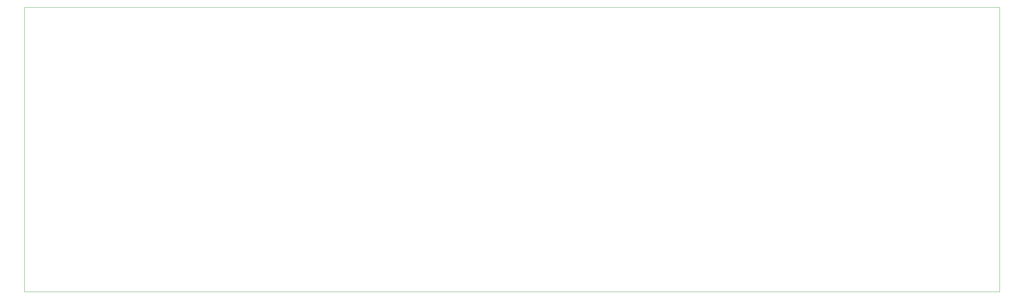
<source format=gbr>
%TF.GenerationSoftware,KiCad,Pcbnew,(6.0.8)*%
%TF.CreationDate,2022-12-29T19:12:47+02:00*%
%TF.ProjectId,mahjong_control_panel,6d61686a-6f6e-4675-9f63-6f6e74726f6c,rev?*%
%TF.SameCoordinates,Original*%
%TF.FileFunction,Profile,NP*%
%FSLAX46Y46*%
G04 Gerber Fmt 4.6, Leading zero omitted, Abs format (unit mm)*
G04 Created by KiCad (PCBNEW (6.0.8)) date 2022-12-29 19:12:47*
%MOMM*%
%LPD*%
G01*
G04 APERTURE LIST*
%TA.AperFunction,Profile*%
%ADD10C,0.100000*%
%TD*%
G04 APERTURE END LIST*
D10*
X20000000Y-19000000D02*
X280000000Y-19000000D01*
X280000000Y-19000000D02*
X280000000Y-95000000D01*
X280000000Y-95000000D02*
X20000000Y-95000000D01*
X20000000Y-95000000D02*
X20000000Y-19000000D01*
M02*

</source>
